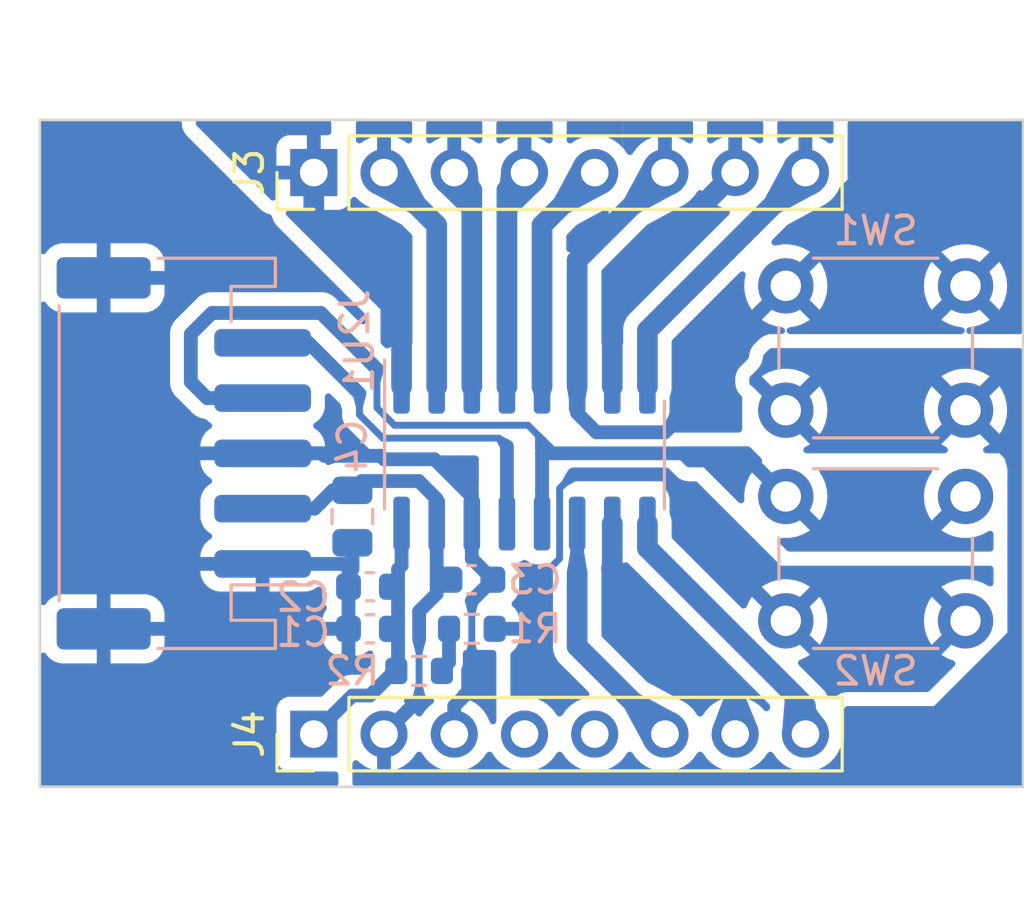
<source format=kicad_pcb>
(kicad_pcb (version 20221018) (generator pcbnew)
  (layers (0 "F.Cu" signal) (31 "B.Cu" signal) (34 "B.Paste" user) (35 "F.Paste" user) (36 "B.SilkS" user "B.Silkscreen") (37 "F.SilkS" user "F.Silkscreen") (38 "B.Mask" user) (39 "F.Mask" user) (44 "Edge.Cuts" user))
  (net 0 "")
  (net 1 "+3V3")
  (net 2 "GND")
  (net 3 "+5V")
  (net 4 "Net-(J3-Pin_8)")
  (net 5 "Net-(J3-Pin_7)")
  (net 6 "Net-(J3-Pin_5)")
  (net 7 "Net-(J3-Pin_4)")
  (net 8 "/RST")
  (net 9 "Net-(J3-Pin_3)")
  (net 10 "Net-(J3-Pin_2)")
  (net 11 "Net-(J3-Pin_1)")
  (net 12 "Net-(J4-Pin_8)")
  (net 13 "Net-(J4-Pin_7)")
  (net 14 "Net-(J4-Pin_6)")
  (net 15 "/USB_DP")
  (net 16 "/USB_DN")
  (net 19 "Net-(R1-Pad1)")
  (net 20 "Net-(R1-Pad2)")
  (footprint "Connector_PinHeader_2.54mm:PinHeader_1x08_P2.54mm_Vertical" (layer "F.Cu") (at 136.907 111.759 90)
    (fp_text reference "J4" (at 0 -2.33 90) (layer "F.SilkS"))
    (fp_text value "Conn_01x08_Pin")
    (fp_line (start -1.33 -1.33) (end 0 -1.33) (stroke (width 0.12)) (layer "F.SilkS"))
    (fp_line (start -1.33 0) (end -1.33 -1.33) (stroke (width 0.12)) (layer "F.SilkS"))
    (fp_line (start -1.33 1.27) (end -1.33 19.11) (stroke (width 0.12)) (layer "F.SilkS"))
    (fp_line (start -1.33 1.27) (end 1.33 1.27) (stroke (width 0.12)) (layer "F.SilkS"))
    (fp_line (start -1.33 19.11) (end 1.33 19.11) (stroke (width 0.12)) (layer "F.SilkS"))
    (fp_line (start 1.33 1.27) (end 1.33 19.11) (stroke (width 0.12)) (layer "F.SilkS"))
    (pad "1" thru_hole rect (at 0 0 90) (size 1.7 1.7) (drill 1) (layers "*.Cu" "*.Mask") (net 1 "+3V3"))
    (pad "2" thru_hole oval (at 0 2.54 90) (size 1.7 1.7) (drill 1) (layers "*.Cu" "*.Mask") (net 3 "+5V"))
    (pad "3" thru_hole oval (at 0 5.08 90) (size 1.7 1.7) (drill 1) (layers "*.Cu" "*.Mask") (net 2 "GND"))
    (pad "4" thru_hole oval (at 0 7.62 90) (size 1.7 1.7) (drill 1) (layers "*.Cu" "*.Mask"))
    (pad "5" thru_hole oval (at 0 10.16 90) (size 1.7 1.7) (drill 1) (layers "*.Cu" "*.Mask"))
    (pad "6" thru_hole oval (at 0 12.7 90) (size 1.7 1.7) (drill 1) (layers "*.Cu" "*.Mask") (net 14 "Net-(J4-Pin_6)"))
    (pad "7" thru_hole oval (at 0 15.24 90) (size 1.7 1.7) (drill 1) (layers "*.Cu" "*.Mask") (net 13 "Net-(J4-Pin_7)"))
    (pad "8" thru_hole oval (at 0 17.78 90) (size 1.7 1.7) (drill 1) (layers "*.Cu" "*.Mask") (net 12 "Net-(J4-Pin_8)"))
  )
  (footprint "Connector_PinHeader_2.54mm:PinHeader_1x08_P2.54mm_Vertical" (layer "F.Cu") (at 136.907 91.439 90)
    (fp_text reference "J3" (at 0 -2.33 90) (layer "F.SilkS"))
    (fp_text value "Conn_01x08_Pin")
    (fp_line (start -1.33 -1.33) (end 0 -1.33) (stroke (width 0.12)) (layer "F.SilkS"))
    (fp_line (start -1.33 0) (end -1.33 -1.33) (stroke (width 0.12)) (layer "F.SilkS"))
    (fp_line (start -1.33 1.27) (end -1.33 19.11) (stroke (width 0.12)) (layer "F.SilkS"))
    (fp_line (start -1.33 1.27) (end 1.33 1.27) (stroke (width 0.12)) (layer "F.SilkS"))
    (fp_line (start -1.33 19.11) (end 1.33 19.11) (stroke (width 0.12)) (layer "F.SilkS"))
    (fp_line (start 1.33 1.27) (end 1.33 19.11) (stroke (width 0.12)) (layer "F.SilkS"))
    (pad "1" thru_hole rect (at 0 0 90) (size 1.7 1.7) (drill 1) (layers "*.Cu" "*.Mask") (net 11 "Net-(J3-Pin_1)"))
    (pad "2" thru_hole oval (at 0 2.54 90) (size 1.7 1.7) (drill 1) (layers "*.Cu" "*.Mask") (net 10 "Net-(J3-Pin_2)"))
    (pad "3" thru_hole oval (at 0 5.08 90) (size 1.7 1.7) (drill 1) (layers "*.Cu" "*.Mask") (net 9 "Net-(J3-Pin_3)"))
    (pad "4" thru_hole oval (at 0 7.62 90) (size 1.7 1.7) (drill 1) (layers "*.Cu" "*.Mask") (net 7 "Net-(J3-Pin_4)"))
    (pad "5" thru_hole oval (at 0 10.16 90) (size 1.7 1.7) (drill 1) (layers "*.Cu" "*.Mask") (net 6 "Net-(J3-Pin_5)"))
    (pad "6" thru_hole oval (at 0 12.7 90) (size 1.7 1.7) (drill 1) (layers "*.Cu" "*.Mask") (net 8 "/RST"))
    (pad "7" thru_hole oval (at 0 15.24 90) (size 1.7 1.7) (drill 1) (layers "*.Cu" "*.Mask") (net 5 "Net-(J3-Pin_7)"))
    (pad "8" thru_hole oval (at 0 17.78 90) (size 1.7 1.7) (drill 1) (layers "*.Cu" "*.Mask") (net 4 "Net-(J3-Pin_8)"))
  )
  (footprint "Button_Switch_THT:SW_PUSH_6mm" (layer "B.Cu") (at 160.477 95.539 180)
    (fp_text reference "SW1" (at 3.25 2) (layer "B.SilkS") (effects (justify mirror)))
    (fp_text value "SW_Push")
    (fp_line (start -0.25 -1.5) (end -0.25 -3) (stroke (width 0.12)) (layer "B.SilkS"))
    (fp_line (start 1 -5.5) (end 5.5 -5.5) (stroke (width 0.12)) (layer "B.SilkS"))
    (fp_line (start 5.5 1) (end 1 1) (stroke (width 0.12)) (layer "B.SilkS"))
    (fp_line (start 6.75 -3) (end 6.75 -1.5) (stroke (width 0.12)) (layer "B.SilkS"))
    (pad "1" thru_hole circle (at 0 0 90) (size 2 2) (drill 1.1) (layers "*.Cu" "*.Mask") (net 8 "/RST"))
    (pad "1" thru_hole circle (at 6.5 0 90) (size 2 2) (drill 1.1) (layers "*.Cu" "*.Mask") (net 8 "/RST"))
    (pad "2" thru_hole circle (at 0 -4.5 90) (size 2 2) (drill 1.1) (layers "*.Cu" "*.Mask") (net 3 "+5V"))
    (pad "2" thru_hole circle (at 6.5 -4.5 90) (size 2 2) (drill 1.1) (layers "*.Cu" "*.Mask") (net 3 "+5V"))
  )
  (footprint "Button_Switch_THT:SW_PUSH_6mm" (layer "B.Cu") (at 160.477 103.159 180)
    (fp_text reference "SW2" (at 3.25 -6.314) (layer "B.SilkS") (effects (justify mirror)))
    (fp_text value "SW_Push")
    (fp_line (start -0.25 -1.5) (end -0.25 -3) (stroke (width 0.12)) (layer "B.SilkS"))
    (fp_line (start 1 -5.5) (end 5.5 -5.5) (stroke (width 0.12)) (layer "B.SilkS"))
    (fp_line (start 5.5 1) (end 1 1) (stroke (width 0.12)) (layer "B.SilkS"))
    (fp_line (start 6.75 -3) (end 6.75 -1.5) (stroke (width 0.12)) (layer "B.SilkS"))
    (pad "1" thru_hole circle (at 0 0 90) (size 2 2) (drill 1.1) (layers "*.Cu" "*.Mask") (net 15 "/USB_DP"))
    (pad "1" thru_hole circle (at 6.5 0 90) (size 2 2) (drill 1.1) (layers "*.Cu" "*.Mask") (net 15 "/USB_DP"))
    (pad "2" thru_hole circle (at 0 -4.5 90) (size 2 2) (drill 1.1) (layers "*.Cu" "*.Mask") (net 19 "Net-(R1-Pad1)"))
    (pad "2" thru_hole circle (at 6.5 -4.5 90) (size 2 2) (drill 1.1) (layers "*.Cu" "*.Mask") (net 19 "Net-(R1-Pad1)"))
  )
  (footprint "Resistor_SMD:R_0603_1608Metric" (layer "B.Cu") (at 142.622 107.949 180)
    (fp_text reference "R1" (at -2.285 -0.001) (layer "B.SilkS") (effects (justify mirror)))
    (fp_text value "103")
    (fp_line (start -0.237258 -0.5225) (end 0.237258 -0.5225) (stroke (width 0.12)) (layer "B.SilkS"))
    (fp_line (start -0.237258 0.5225) (end 0.237258 0.5225) (stroke (width 0.12)) (layer "B.SilkS"))
    (pad "1" smd roundrect (at -0.825 0 180) (size 0.8 0.95) (layers "B.Cu" "B.Paste" "B.Mask") (net 19 "Net-(R1-Pad1)"))
    (pad "2" smd roundrect (at 0.825 0 180) (size 0.8 0.95) (layers "B.Cu" "B.Paste" "B.Mask") (net 20 "Net-(R1-Pad2)"))
  )
  (footprint "Capacitor_SMD:C_0603_1608Metric" (layer "B.Cu") (at 142.609 106.171)
    (fp_text reference "C3" (at 2.298 0.001 180) (layer "B.SilkS") (effects (justify mirror)))
    (fp_text value "104")
    (fp_line (start -0.14058 -0.51) (end 0.14058 -0.51) (stroke (width 0.12)) (layer "B.SilkS"))
    (fp_line (start -0.14058 0.51) (end 0.14058 0.51) (stroke (width 0.12)) (layer "B.SilkS"))
    (pad "1" smd roundrect (at -0.775 0) (size 0.9 0.95) (layers "B.Cu" "B.Paste" "B.Mask") (net 3 "+5V"))
    (pad "2" smd roundrect (at 0.775 0) (size 0.9 0.95) (layers "B.Cu" "B.Paste" "B.Mask") (net 2 "GND"))
  )
  (footprint "Package_SO:SOIC-16_3.9x9.9mm_P1.27mm" (layer "B.Cu") (at 144.527 101.664 -90)
    (fp_text reference "U1" (at -3.24 5.969 90) (layer "B.SilkS") (effects (justify mirror)))
    (fp_text value "CH552G")
    (fp_line (start 0 -5.06) (end -1.95 -5.06) (stroke (width 0.12)) (layer "B.SilkS"))
    (fp_line (start 0 -5.06) (end 1.95 -5.06) (stroke (width 0.12)) (layer "B.SilkS"))
    (fp_line (start 0 5.06) (end -3.45 5.06) (stroke (width 0.12)) (layer "B.SilkS"))
    (fp_line (start 0 5.06) (end 1.95 5.06) (stroke (width 0.12)) (layer "B.SilkS"))
    (pad "1" smd roundrect (at -2.475 4.445 270) (size 1.95 0.6) (layers "B.Cu" "B.Paste" "B.Mask") (net 11 "Net-(J3-Pin_1)"))
    (pad "2" smd roundrect (at -2.475 3.175 270) (size 1.95 0.6) (layers "B.Cu" "B.Paste" "B.Mask") (net 10 "Net-(J3-Pin_2)"))
    (pad "3" smd roundrect (at -2.475 1.905 270) (size 1.95 0.6) (layers "B.Cu" "B.Paste" "B.Mask") (net 9 "Net-(J3-Pin_3)"))
    (pad "4" smd roundrect (at -2.475 0.635 270) (size 1.95 0.6) (layers "B.Cu" "B.Paste" "B.Mask") (net 7 "Net-(J3-Pin_4)"))
    (pad "5" smd roundrect (at -2.475 -0.635 270) (size 1.95 0.6) (layers "B.Cu" "B.Paste" "B.Mask") (net 6 "Net-(J3-Pin_5)"))
    (pad "6" smd roundrect (at -2.475 -1.905 270) (size 1.95 0.6) (layers "B.Cu" "B.Paste" "B.Mask") (net 8 "/RST"))
    (pad "7" smd roundrect (at -2.475 -3.175 270) (size 1.95 0.6) (layers "B.Cu" "B.Paste" "B.Mask") (net 5 "Net-(J3-Pin_7)"))
    (pad "8" smd roundrect (at -2.475 -4.445 270) (size 1.95 0.6) (layers "B.Cu" "B.Paste" "B.Mask") (net 4 "Net-(J3-Pin_8)"))
    (pad "9" smd roundrect (at 2.475 -4.445 270) (size 1.95 0.6) (layers "B.Cu" "B.Paste" "B.Mask") (net 12 "Net-(J4-Pin_8)"))
    (pad "10" smd roundrect (at 2.475 -3.175 270) (size 1.95 0.6) (layers "B.Cu" "B.Paste" "B.Mask") (net 13 "Net-(J4-Pin_7)"))
    (pad "11" smd roundrect (at 2.475 -1.905 270) (size 1.95 0.6) (layers "B.Cu" "B.Paste" "B.Mask") (net 14 "Net-(J4-Pin_6)"))
    (pad "12" smd roundrect (at 2.475 -0.635 270) (size 1.95 0.6) (layers "B.Cu" "B.Paste" "B.Mask") (net 15 "/USB_DP"))
    (pad "13" smd roundrect (at 2.475 0.635 270) (size 1.95 0.6) (layers "B.Cu" "B.Paste" "B.Mask") (net 16 "/USB_DN"))
    (pad "14" smd roundrect (at 2.475 1.905 270) (size 1.95 0.6) (layers "B.Cu" "B.Paste" "B.Mask") (net 2 "GND"))
    (pad "15" smd roundrect (at 2.475 3.175 270) (size 1.95 0.6) (layers "B.Cu" "B.Paste" "B.Mask") (net 3 "+5V"))
    (pad "16" smd roundrect (at 2.475 4.445 270) (size 1.95 0.6) (layers "B.Cu" "B.Paste" "B.Mask") (net 1 "+3V3"))
  )
  (footprint "Capacitor_SMD:C_0603_1608Metric" (layer "B.Cu") (at 138.938 106.426 180)
    (fp_text reference "C2" (at 2.413 -0.381) (layer "B.SilkS") (effects (justify mirror)))
    (fp_text value "104")
    (fp_line (start -0.14058 -0.51) (end 0.14058 -0.51) (stroke (width 0.12)) (layer "B.SilkS"))
    (fp_line (start -0.14058 0.51) (end 0.14058 0.51) (stroke (width 0.12)) (layer "B.SilkS"))
    (pad "1" smd roundrect (at -0.775 0 180) (size 0.9 0.95) (layers "B.Cu" "B.Paste" "B.Mask") (net 1 "+3V3"))
    (pad "2" smd roundrect (at 0.775 0 180) (size 0.9 0.95) (layers "B.Cu" "B.Paste" "B.Mask") (net 2 "GND"))
  )
  (footprint "Capacitor_SMD:C_0603_1608Metric" (layer "B.Cu") (at 138.938 107.95 180)
    (fp_text reference "C1" (at 2.413 -0.127) (layer "B.SilkS") (effects (justify mirror)))
    (fp_text value "104")
    (fp_line (start -0.14058 -0.51) (end 0.14058 -0.51) (stroke (width 0.12)) (layer "B.SilkS"))
    (fp_line (start -0.14058 0.51) (end 0.14058 0.51) (stroke (width 0.12)) (layer "B.SilkS"))
    (pad "1" smd roundrect (at -0.775 0 180) (size 0.9 0.95) (layers "B.Cu" "B.Paste" "B.Mask") (net 1 "+3V3"))
    (pad "2" smd roundrect (at 0.775 0 180) (size 0.9 0.95) (layers "B.Cu" "B.Paste" "B.Mask") (net 2 "GND"))
  )
  (footprint "Resistor_SMD:R_0603_1608Metric" (layer "B.Cu") (at 140.716 109.474 180)
    (fp_text reference "R2" (at 2.413 0) (layer "B.SilkS") (effects (justify mirror)))
    (fp_text value "0")
    (fp_line (start -0.237258 -0.5225) (end 0.237258 -0.5225) (stroke (width 0.12)) (layer "B.SilkS"))
    (fp_line (start -0.237258 0.5225) (end 0.237258 0.5225) (stroke (width 0.12)) (layer "B.SilkS"))
    (pad "1" smd roundrect (at -0.825 0 180) (size 0.8 0.95) (layers "B.Cu" "B.Paste" "B.Mask") (net 20 "Net-(R1-Pad2)"))
    (pad "2" smd roundrect (at 0.825 0 180) (size 0.8 0.95) (layers "B.Cu" "B.Paste" "B.Mask") (net 1 "+3V3"))
  )
  (footprint "Capacitor_SMD:C_0805_2012Metric" (layer "B.Cu") (at 138.303 103.886 -90)
    (fp_text reference "C4" (at -2.54 0 90) (layer "B.SilkS") (effects (justify mirror)))
    (fp_text value "105")
    (fp_line (start -0.261252 -0.735) (end 0.261252 -0.735) (stroke (width 0.12)) (layer "B.SilkS"))
    (fp_line (start -0.261252 0.735) (end 0.261252 0.735) (stroke (width 0.12)) (layer "B.SilkS"))
    (pad "1" smd roundrect (at -0.95 0 270) (size 1 1.45) (layers "B.Cu" "B.Paste" "B.Mask") (net 3 "+5V"))
    (pad "2" smd roundrect (at 0.95 0 270) (size 1 1.45) (layers "B.Cu" "B.Paste" "B.Mask") (net 2 "GND"))
  )
  (footprint "Connector_JST:JST_PH_S5B-PH-SM4-TB_1x05-1MP_P2.00mm_Horizontal" (layer "B.Cu") (at 132.207 101.6 90)
    (fp_text reference "J2" (at 5.081 6.182 90) (layer "B.SilkS") (effects (justify mirror)))
    (fp_text value "USB_Conn")
    (fp_line (start -7.06 -0.94) (end -7.06 3.31) (stroke (width 0.12)) (layer "B.SilkS"))
    (fp_line (start -7.06 3.31) (end -6.04 3.31) (stroke (width 0.12)) (layer "B.SilkS"))
    (fp_line (start -6.04 1.71) (end -4.76 1.71) (stroke (width 0.12)) (layer "B.SilkS"))
    (fp_line (start -6.04 3.31) (end -6.04 1.71) (stroke (width 0.12)) (layer "B.SilkS"))
    (fp_line (start -5.34 -4.51) (end 5.34 -4.51) (stroke (width 0.12)) (layer "B.SilkS"))
    (fp_line (start -4.76 1.71) (end -4.76 4.6) (stroke (width 0.12)) (layer "B.SilkS"))
    (fp_line (start 6.04 1.71) (end 4.76 1.71) (stroke (width 0.12)) (layer "B.SilkS"))
    (fp_line (start 6.04 3.31) (end 6.04 1.71) (stroke (width 0.12)) (layer "B.SilkS"))
    (fp_line (start 7.06 -0.94) (end 7.06 3.31) (stroke (width 0.12)) (layer "B.SilkS"))
    (fp_line (start 7.06 3.31) (end 6.04 3.31) (stroke (width 0.12)) (layer "B.SilkS"))
    (pad "1" smd roundrect (at -4 2.85 90) (size 1 3.5) (layers "B.Cu" "B.Paste" "B.Mask") (net 2 "GND"))
    (pad "2" smd roundrect (at -2 2.85 90) (size 1 3.5) (layers "B.Cu" "B.Paste" "B.Mask") (net 3 "+5V"))
    (pad "3" smd roundrect (at 0 2.85 90) (size 1 3.5) (layers "B.Cu" "B.Paste" "B.Mask") (net 2 "GND"))
    (pad "4" smd roundrect (at 2 2.85 90) (size 1 3.5) (layers "B.Cu" "B.Paste" "B.Mask") (net 15 "/USB_DP"))
    (pad "5" smd roundrect (at 4 2.85 90) (size 1 3.5) (layers "B.Cu" "B.Paste" "B.Mask") (net 16 "/USB_DN"))
    (pad "MP" smd roundrect (at -6.35 -2.9 90) (size 1.5 3.4) (layers "B.Cu" "B.Paste" "B.Mask") (roundrect_rratio 0.1666673333) (net 2 "GND"))
    (pad "MP" smd roundrect (at 6.35 -2.9 90) (size 1.5 3.4) (layers "B.Cu" "B.Paste" "B.Mask") (roundrect_rratio 0.1666673333) (net 2 "GND"))
  )
  (gr_rect (start 127 89.535) (end 162.56 113.665) (stroke (width 0.1)) (fill none) (layer "Edge.Cuts"))
  (segment (start 138.303 110.363) (end 136.907 111.759) (width 0.5) (layer "B.Cu") (net 1))
  (segment (start 138.938 110.363) (end 138.303 110.363) (width 0.5) (layer "B.Cu") (net 1))
  (segment (start 139.955 105.79) (end 139.955 107.286) (width 0.5) (layer "B.Cu") (net 1))
  (segment (start 140.082 104.139) (end 140.082 105.663) (width 0.5) (layer "B.Cu") (net 1))
  (segment (start 139.955 107.286) (end 139.927 107.314) (width 0.25) (layer "B.Cu") (net 1))
  (segment (start 140.082 105.663) (end 139.955 105.79) (width 0.5) (layer "B.Cu") (net 1))
  (segment (start 139.955 109.346) (end 138.938 110.363) (width 0.5) (layer "B.Cu") (net 1))
  (segment (start 139.927 107.314) (end 139.955 107.342) (width 0.25) (layer "B.Cu") (net 1))
  (segment (start 139.955 107.342) (end 139.955 109.346) (width 0.5) (layer "B.Cu") (net 1))
  (segment (start 137.195998 101.599) (end 135.439 101.599) (width 0.5) (layer "B.Cu") (net 2))
  (segment (start 142.622 104.139) (end 142.622 103.164001) (width 0.5) (layer "B.Cu") (net 2))
  (segment (start 142.621 106.934) (end 142.621 108.966) (width 0.25) (layer "B.Cu") (net 2))
  (segment (start 143.384 106.171) (end 142.621 106.934) (width 0.5) (layer "B.Cu") (net 2))
  (segment (start 142.621 108.966) (end 142.621 110.109) (width 0.5) (layer "B.Cu") (net 2))
  (segment (start 135.057 105.6) (end 138.112 105.6) (width 0.5) (layer "B.Cu") (net 2))
  (segment (start 141.271999 101.814) (end 139.447 101.814) (width 0.5) (layer "B.Cu") (net 2))
  (segment (start 142.622 103.164001) (end 141.271999 101.814) (width 0.5) (layer "B.Cu") (net 2))
  (segment (start 139.447 101.814) (end 139.322001 101.689001) (width 0.5) (layer "B.Cu") (net 2))
  (segment (start 143.384 106.171) (end 142.622 105.409) (width 0.5) (layer "B.Cu") (net 2))
  (segment (start 137.285999 101.689001) (end 137.195998 101.599) (width 0.5) (layer "B.Cu") (net 2))
  (segment (start 133.985 101.6) (end 136.564 101.6) (width 0.75) (layer "B.Cu") (net 2))
  (segment (start 141.987 110.743) (end 141.987 111.759) (width 0.5) (layer "B.Cu") (net 2))
  (segment (start 142.622 105.409) (end 142.622 104.139) (width 0.5) (layer "B.Cu") (net 2))
  (segment (start 133.985 101.6) (end 131.445 101.6) (width 0.25) (layer "B.Cu") (net 2))
  (segment (start 139.322001 101.689001) (end 137.285999 101.689001) (width 0.5) (layer "B.Cu") (net 2))
  (segment (start 138.163 106.426) (end 138.163 105.931) (width 0.5) (layer "B.Cu") (net 2))
  (segment (start 138.303 105.791) (end 138.303 104.836) (width 0.5) (layer "B.Cu") (net 2))
  (segment (start 142.621 110.109) (end 142.522 110.208) (width 0.5) (layer "B.Cu") (net 2))
  (segment (start 138.163 105.931) (end 138.303 105.791) (width 0.5) (layer "B.Cu") (net 2))
  (segment (start 138.112 105.6) (end 138.303 105.791) (width 0.5) (layer "B.Cu") (net 2))
  (segment (start 142.522 110.208) (end 141.987 110.743) (width 0.5) (layer "B.Cu") (net 2))
  (segment (start 140.716 110.488) (end 140.716 108.332) (width 0.25) (layer "B.Cu") (net 3))
  (segment (start 141.352 106.68) (end 140.717 107.315) (width 0.5) (layer "B.Cu") (net 3))
  (segment (start 139.447 111.759) (end 139.447 113.539) (width 0.25) (layer "B.Cu") (net 3))
  (segment (start 136.938 103.6) (end 135.057 103.6) (width 0.5) (layer "B.Cu") (net 3))
  (segment (start 137.602 102.936) (end 136.938 103.6) (width 0.5) (layer "B.Cu") (net 3))
  (segment (start 140.716 108.332) (end 140.717 108.331) (width 0.25) (layer "B.Cu") (net 3))
  (segment (start 138.637 102.602) (end 138.303 102.936) (width 0.5) (layer "B.Cu") (net 3))
  (segment (start 141.352 103.25) (end 140.704 102.602) (width 0.5) (layer "B.Cu") (net 3))
  (segment (start 133.985 103.6) (end 136.303 103.6) (width 0.5) (layer "B.Cu") (net 3))
  (segment (start 160.493 100.039) (end 162.1165 101.6625) (width 0.5) (layer "B.Cu") (net 3))
  (segment (start 140.704 102.602) (end 138.637 102.602) (width 0.5) (layer "B.Cu") (net 3))
  (segment (start 162.1165 108.1395) (end 162.1165 101.6625) (width 0.25) (layer "B.Cu") (net 3))
  (segment (start 156.717 113.539) (end 162.1165 108.1395) (width 0.25) (layer "B.Cu") (net 3))
  (segment (start 140.717 110.489) (end 140.716 110.488) (width 0.25) (layer "B.Cu") (net 3))
  (segment (start 141.352 104.139) (end 141.352 103.25) (width 0.25) (layer "B.Cu") (net 3))
  (segment (start 140.717 107.315) (end 140.717 108.331) (width 0.5) (layer "B.Cu") (net 3))
  (segment (start 140.717 110.489) (end 139.447 111.759) (width 0.5) (layer "B.Cu") (net 3))
  (segment (start 160.477 100.039) (end 160.493 100.039) (width 0.25) (layer "B.Cu") (net 3))
  (segment (start 139.447 113.539) (end 156.717 113.539) (width 0.25) (layer "B.Cu") (net 3))
  (segment (start 141.352 104.139) (end 141.352 106.68) (width 0.5) (layer "B.Cu") (net 3))
  (segment (start 138.303 102.936) (end 137.602 102.936) (width 0.5) (layer "B.Cu") (net 3))
  (segment (start 148.972 97.154) (end 154.687 91.439) (width 0.75) (layer "B.Cu") (net 4))
  (segment (start 148.972 99.189) (end 148.972 97.154) (width 0.75) (layer "B.Cu") (net 4))
  (segment (start 147.702 99.189) (end 147.702 95.884) (width 0.75) (layer "B.Cu") (net 5))
  (segment (start 147.702 95.884) (end 152.147 91.439) (width 0.75) (layer "B.Cu") (net 5))
  (segment (start 147.067 91.439) (end 145.162 93.344) (width 0.75) (layer "B.Cu") (net 6))
  (segment (start 145.162 93.344) (end 145.162 99.189) (width 0.75) (layer "B.Cu") (net 6))
  (segment (start 145.162 99.948) (end 145.162 99.189) (width 0.25) (layer "B.Cu") (net 6))
  (segment (start 143.892 99.189) (end 143.892 92.074) (width 0.75) (layer "B.Cu") (net 7))
  (segment (start 143.892 92.074) (end 144.527 91.439) (width 0.75) (layer "B.Cu") (net 7))
  (segment (start 146.432 99.189) (end 146.432 94.614) (width 0.75) (layer "B.Cu") (net 8))
  (segment (start 146.432 99.189) (end 146.432 100.14) (width 0.5) (layer "B.Cu") (net 8))
  (segment (start 152.401 98.043) (end 152.401 97.115) (width 0.5) (layer "B.Cu") (net 8))
  (segment (start 146.432 100.14) (end 147.129 100.837) (width 0.5) (layer "B.Cu") (net 8))
  (segment (start 146.432 94.614) (end 149.607 91.439) (width 0.75) (layer "B.Cu") (net 8))
  (segment (start 149.607 100.837) (end 152.401 98.043) (width 0.5) (layer "B.Cu") (net 8))
  (segment (start 152.401 97.115) (end 153.977 95.539) (width 0.5) (layer "B.Cu") (net 8))
  (segment (start 147.129 100.837) (end 149.607 100.837) (width 0.5) (layer "B.Cu") (net 8))
  (segment (start 142.622 99.189) (end 142.622 92.074) (width 0.75) (layer "B.Cu") (net 9))
  (segment (start 142.622 92.074) (end 141.987 91.439) (width 0.75) (layer "B.Cu") (net 9))
  (segment (start 141.352 99.189) (end 141.352 93.344) (width 0.75) (layer "B.Cu") (net 10))
  (segment (start 141.352 93.344) (end 139.447 91.439) (width 0.75) (layer "B.Cu") (net 10))
  (segment (start 140.082 99.189) (end 140.082 95.884) (width 0.75) (layer "B.Cu") (net 11))
  (segment (start 137.415 93.217) (end 137.161 93.217) (width 0.75) (layer "B.Cu") (net 11))
  (segment (start 137.161 93.217) (end 136.907 92.963) (width 0.75) (layer "B.Cu") (net 11))
  (segment (start 136.907 92.963) (end 136.907 91.439) (width 0.75) (layer "B.Cu") (net 11))
  (segment (start 140.082 95.884) (end 137.415 93.217) (width 0.75) (layer "B.Cu") (net 11))
  (segment (start 148.972 105.028) (end 148.972 104.139) (width 0.75) (layer "B.Cu") (net 12))
  (segment (start 154.687 111.759) (end 154.687 110.743) (width 0.75) (layer "B.Cu") (net 12))
  (segment (start 154.687 110.743) (end 148.972 105.028) (width 0.75) (layer "B.Cu") (net 12))
  (segment (start 152.147 111.759) (end 152.147 110.235) (width 0.75) (layer "B.Cu") (net 13))
  (segment (start 152.147 110.235) (end 147.702 105.79) (width 0.75) (layer "B.Cu") (net 13))
  (segment (start 147.702 105.79) (end 147.702 104.139) (width 0.75) (layer "B.Cu") (net 13))
  (segment (start 146.432 108.584) (end 146.432 105.917) (width 0.75) (layer "B.Cu") (net 14))
  (segment (start 146.432 105.917) (end 146.432 104.139) (width 0.5) (layer "B.Cu") (net 14))
  (segment (start 149.607 111.759) (end 146.432 108.584) (width 0.75) (layer "B.Cu") (net 14))
  (segment (start 159.115 104.521) (end 159.004 104.521) (width 0.25) (layer "B.Cu") (net 15))
  (segment (start 145.162 102.869) (end 145.162 101.599) (width 0.5) (layer "B.Cu") (net 15))
  (segment (start 133.045 99.6) (end 134.795 99.6) (width 0.5) (layer "B.Cu") (net 15))
  (segment (start 139.825092 100.583) (end 139.193 99.950908) (width 0.25) (layer "B.Cu") (net 15))
  (segment (start 139.193 98.551) (end 137.161 96.519) (width 0.5) (layer "B.Cu") (net 15))
  (segment (start 137.16 96.52) (end 133.223 96.52) (width 0.5) (layer "B.Cu") (net 15))
  (segment (start 152.417 101.599) (end 153.977 103.159) (width 0.25) (layer "B.Cu") (net 15))
  (segment (start 132.461 97.282) (end 132.461 99.016) (width 0.5) (layer "B.Cu") (net 15))
  (segment (start 145.162 104.139) (end 145.162 102.869) (width 0.5) (layer "B.Cu") (net 15))
  (segment (start 132.461 99.016) (end 133.045 99.6) (width 0.5) (layer "B.Cu") (net 15))
  (segment (start 139.193 99.950908) (end 139.193 98.551) (width 0.25) (layer "B.Cu") (net 15))
  (segment (start 144.654 100.583) (end 139.825092 100.583) (width 0.25) (layer "B.Cu") (net 15))
  (segment (start 160.477 103.159) (end 159.115 104.521) (width 0.25) (layer "B.Cu") (net 15))
  (segment (start 145.162 101.599) (end 152.417 101.599) (width 0.5) (layer "B.Cu") (net 15))
  (segment (start 137.161 96.519) (end 137.16 96.52) (width 0.5) (layer "B.Cu") (net 15))
  (segment (start 133.223 96.52) (end 132.461 97.282) (width 0.5) (layer "B.Cu") (net 15))
  (segment (start 145.162 102.869) (end 145.162 101.091) (width 0.25) (layer "B.Cu") (net 15))
  (segment (start 145.162 101.091) (end 144.654 100.583) (width 0.25) (layer "B.Cu") (net 15))
  (segment (start 138.558 99.44) (end 136.717 97.599) (width 0.5) (layer "B.Cu") (net 16))
  (segment (start 138.558 100.203396) (end 138.558 99.44) (width 0.25) (layer "B.Cu") (net 16))
  (segment (start 136.335 97.6) (end 133.985 97.6) (width 0.25) (layer "B.Cu") (net 16))
  (segment (start 139.403604 101.049) (end 138.558 100.203396) (width 0.25) (layer "B.Cu") (net 16))
  (segment (start 143.892 104.139) (end 143.892 101.345) (width 0.5) (layer "B.Cu") (net 16))
  (segment (start 143.596 101.049) (end 139.403604 101.049) (width 0.25) (layer "B.Cu") (net 16))
  (segment (start 143.892 101.345) (end 143.596 101.049) (width 0.25) (layer "B.Cu") (net 16))
  (segment (start 153.557 107.239) (end 153.977 107.239) (width 0.5) (layer "B.Cu") (net 19))
  (segment (start 145.797 102.869) (end 146.305 102.361) (width 0.25) (layer "B.Cu") (net 19))
  (segment (start 143.447 107.949) (end 144.527 107.949) (width 0.25) (layer "B.Cu") (net 19))
  (segment (start 145.797 105.409) (end 145.797 102.869) (width 0.25) (layer "B.Cu") (net 19))
  (segment (start 144.622 106.584) (end 145.797 105.409) (width 0.25) (layer "B.Cu") (net 19))
  (segment (start 144.622 107.854) (end 144.622 106.584) (width 0.25) (layer "B.Cu") (net 19))
  (segment (start 146.305 102.361) (end 149.607 102.361) (width 0.5) (layer "B.Cu") (net 19))
  (segment (start 149.607 102.361) (end 150.115 102.869) (width 0.5) (layer "B.Cu") (net 19))
  (segment (start 150.115 102.869) (end 150.115 103.797) (width 0.5) (layer "B.Cu") (net 19))
  (segment (start 144.527 107.949) (end 144.622 107.854) (width 0.25) (layer "B.Cu") (net 19))
  (segment (start 153.977 107.239) (end 153.977 107.659) (width 0.25) (layer "B.Cu") (net 19))
  (segment (start 150.115 103.797) (end 153.557 107.239) (width 0.5) (layer "B.Cu") (net 19))
  (segment (start 141.491 109.461) (end 141.797 109.155) (width 0.5) (layer "B.Cu") (net 20))
  (segment (start 141.797 109.155) (end 141.797 107.949) (width 0.5) (layer "B.Cu") (net 20))
  (segment (start 141.491 109.474) (end 141.491 109.461) (width 0.5) (layer "B.Cu") (net 20))
  (zone (net 2) (net_name "GND") (layer "B.Cu") (priority 2) (connect_pads (clearance 0.5)) (min_thickness 0.25) (fill yes (thermal_gap 0.5) (thermal_bridge_width 0.5))
    (polygon (pts (xy 139.319 110.236) (xy 138.049 110.236) (xy 138.049 113.665) (xy 127 113.665) (xy 127 89.535) (xy 132.08 89.535) (xy 139.065 96.52) (xy 139.065 101.092) (xy 142.875 101.092) (xy 142.875 105.156) (xy 139.319 105.156)))
  )
  (zone (net 15) (net_name "/USB_DP") (layer "B.Cu") (priority 1) (connect_pads (clearance 0.5)) (min_thickness 0.25) (fill yes (thermal_gap 0.5) (thermal_bridge_width 0.5))
    (polygon (pts (xy 161.799 101.853) (xy 153.163 101.853) (xy 152.655 101.345) (xy 149.607 101.345) (xy 149.607 102.107) (xy 151.004 102.107) (xy 154.052 105.155) (xy 161.799 105.155)))
  )
  (zone (net 19) (net_name "Net-(R1-Pad1)") (layer "B.Cu") (connect_pads (clearance 0.5)) (min_thickness 0.25) (fill yes (thermal_gap 0.5) (thermal_bridge_width 0.5))
    (polygon (pts (xy 153.798 105.663) (xy 150.496 102.361) (xy 149.607 102.361) (xy 149.607 104.901) (xy 155.195 110.489) (xy 159.259 110.489) (xy 161.798 107.95) (xy 161.798 105.664)))
  )
  (zone (net 13) (net_name "Net-(J4-Pin_7)") (layer "B.Cu") (priority 4) (connect_pads (clearance 0.5)) (min_thickness 0.25) (fill yes (thermal_gap 0.5) (thermal_bridge_width 0.5))
    (polygon (pts (xy 148.591 103.885) (xy 148.591 105.155) (xy 154.433 110.997) (xy 154.433 111.759) (xy 150.115 111.759) (xy 150.115 110.997) (xy 149.353 110.997) (xy 146.813 108.457) (xy 146.813 103.885)))
  )
  (zone (net 19) (net_name "Net-(R1-Pad1)") (layer "B.Cu") (priority 3) (connect_pads (clearance 0.5)) (min_thickness 0.25) (fill yes (thermal_gap 0.5) (thermal_bridge_width 0.5))
    (polygon (pts (xy 143.765 111.505) (xy 143.765 108.203) (xy 143.003 108.203) (xy 143.003 105.409) (xy 146.051 105.409) (xy 146.051 108.965) (xy 148.591 111.505)))
  )
  (zone (net 10) (net_name "Net-(J3-Pin_2)") (layer "B.Cu") (connect_pads (clearance 0.5)) (min_thickness 0.25) (fill yes (thermal_gap 0.5) (thermal_bridge_width 0.5))
    (polygon (pts (xy 140.971 91.439) (xy 140.971 89.534) (xy 138.431 89.534) (xy 138.431 91.439)))
  )
  (zone (net 9) (net_name "Net-(J3-Pin_3)") (layer "B.Cu") (priority 10) (connect_pads (clearance 0.5)) (min_thickness 0.25) (fill yes (thermal_gap 0.5) (thermal_bridge_width 0.5))
    (polygon (pts (xy 140.971 91.439) (xy 143.003 91.439) (xy 143.003 89.534) (xy 140.971 89.534)))
  )
  (zone (net 2) (net_name "GND") (layer "B.Cu") (priority 12) (connect_pads (clearance 0.25)) (min_thickness 0.25) (fill yes (thermal_gap 0.5) (thermal_bridge_width 0.5))
    (polygon (pts (xy 142.24 108.712) (xy 143.51 108.712) (xy 143.51 111.76) (xy 141.859 111.76) (xy 141.859 110.363) (xy 141.986 110.363) (xy 142.24 110.109)))
  )
  (zone (net 5) (net_name "Net-(J3-Pin_7)") (layer "B.Cu") (priority 6) (connect_pads (clearance 0.5)) (min_thickness 0.25) (fill yes (thermal_gap 0.5) (thermal_bridge_width 0.5))
    (polygon (pts (xy 148.591 99.313) (xy 148.591 97.027) (xy 153.163 92.455) (xy 153.163 91.439) (xy 153.163 89.534) (xy 151.131 89.534) (xy 151.131 91.439) (xy 150.115 91.439) (xy 146.813 94.741) (xy 146.813 99.313)))
  )
  (zone (net 8) (net_name "/RST") (layer "B.Cu") (priority 5) (connect_pads (clearance 0.5)) (min_thickness 0.25) (fill yes (thermal_gap 0.5) (thermal_bridge_width 0.5))
    (polygon (pts (xy 152.401 101.091) (xy 149.607 101.091) (xy 149.607 97.535) (xy 154.687 92.455) (xy 155.449 92.455) (xy 156.211 91.693) (xy 156.211 89.534) (xy 162.561 89.534) (xy 162.561 97.535) (xy 153.417 97.535) (xy 152.401 98.551)))
  )
  (zone (net 7) (net_name "Net-(J3-Pin_4)") (layer "B.Cu") (connect_pads (clearance 0.5)) (min_thickness 0.25) (fill yes (thermal_gap 0.5) (thermal_bridge_width 0.5))
    (polygon (pts (xy 143.003 91.439) (xy 146.051 91.439) (xy 146.051 89.534) (xy 143.003 89.534)))
  )
  (zone (net 15) (net_name "/USB_DP") (layer "B.Cu") (priority 9) (connect_pads (clearance 0.25)) (min_thickness 0.25) (fill yes (thermal_gap 0.5) (thermal_bridge_width 0.5))
    (polygon (pts (xy 144.908 101.599) (xy 144.908 100.649) (xy 145.858 101.599)))
  )
  (zone (net 8) (net_name "/RST") (layer "B.Cu") (connect_pads (clearance 0.5)) (min_thickness 0.25) (fill yes (thermal_gap 0.5) (thermal_bridge_width 0.5))
    (polygon (pts (xy 148.083 91.439) (xy 148.083 89.534) (xy 151.131 89.534) (xy 151.131 91.439)))
  )
  (zone (net 11) (net_name "Net-(J3-Pin_1)") (layer "B.Cu") (priority 8) (connect_pads (clearance 0.5)) (min_thickness 0.25) (fill yes (thermal_gap 0.5) (thermal_bridge_width 0.5))
    (polygon (pts (xy 139.319 99.314) (xy 139.319 96.393) (xy 132.461 89.535) (xy 137.541 89.535) (xy 137.541 92.202) (xy 139.319 92.202) (xy 140.589 93.472) (xy 140.589 99.314)))
  )
  (zone (net 3) (net_name "+5V") (layer "B.Cu") (priority 11) (connect_pads (clearance 0.5)) (min_thickness 0.25) (fill yes (thermal_gap 0.5) (thermal_bridge_width 0.5))
    (polygon (pts (xy 138.303 110.363) (xy 138.303 113.665) (xy 162.56 113.665) (xy 162.56 97.79) (xy 153.416 97.79) (xy 152.654 98.552) (xy 152.654 100.965) (xy 153.289 101.6) (xy 162.052 101.6) (xy 162.052 108.077) (xy 159.385 110.744) (xy 156.083 110.744) (xy 156.083 112.014) (xy 141.605 112.014) (xy 141.605 110.363)))
  )
  (zone (net 8) (net_name "/RST") (layer "B.Cu") (priority 7) (connect_pads (clearance 0.5)) (min_thickness 0.25) (fill yes (thermal_gap 0.5) (thermal_bridge_width 0.5))
    (polygon (pts (xy 146.051 99.313) (xy 146.051 94.487) (xy 148.083 92.455) (xy 148.083 89.534) (xy 146.051 89.534) (xy 146.051 91.185) (xy 144.273 92.963) (xy 144.273 99.313)))
  )
  (zone (net 4) (net_name "Net-(J3-Pin_8)") (layer "B.Cu") (connect_pads (clearance 0.5)) (min_thickness 0.25) (fill yes (thermal_gap 0.5) (thermal_bridge_width 0.5))
    (polygon (pts (xy 156.211 91.439) (xy 153.163 91.439) (xy 153.163 89.534) (xy 156.211 89.534)))
  )
)
</source>
